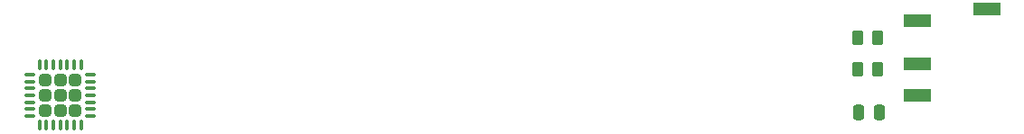
<source format=gbr>
%TF.GenerationSoftware,KiCad,Pcbnew,9.0.6*%
%TF.CreationDate,2026-01-26T19:54:01-03:00*%
%TF.ProjectId,osciloscopio,6f736369-6c6f-4736-936f-70696f2e6b69,rev?*%
%TF.SameCoordinates,Original*%
%TF.FileFunction,Paste,Top*%
%TF.FilePolarity,Positive*%
%FSLAX46Y46*%
G04 Gerber Fmt 4.6, Leading zero omitted, Abs format (unit mm)*
G04 Created by KiCad (PCBNEW 9.0.6) date 2026-01-26 19:54:01*
%MOMM*%
%LPD*%
G01*
G04 APERTURE LIST*
G04 Aperture macros list*
%AMRoundRect*
0 Rectangle with rounded corners*
0 $1 Rounding radius*
0 $2 $3 $4 $5 $6 $7 $8 $9 X,Y pos of 4 corners*
0 Add a 4 corners polygon primitive as box body*
4,1,4,$2,$3,$4,$5,$6,$7,$8,$9,$2,$3,0*
0 Add four circle primitives for the rounded corners*
1,1,$1+$1,$2,$3*
1,1,$1+$1,$4,$5*
1,1,$1+$1,$6,$7*
1,1,$1+$1,$8,$9*
0 Add four rect primitives between the rounded corners*
20,1,$1+$1,$2,$3,$4,$5,0*
20,1,$1+$1,$4,$5,$6,$7,0*
20,1,$1+$1,$6,$7,$8,$9,0*
20,1,$1+$1,$8,$9,$2,$3,0*%
G04 Aperture macros list end*
%ADD10RoundRect,0.250000X-0.320000X-0.320000X0.320000X-0.320000X0.320000X0.320000X-0.320000X0.320000X0*%
%ADD11RoundRect,0.075000X-0.437500X-0.075000X0.437500X-0.075000X0.437500X0.075000X-0.437500X0.075000X0*%
%ADD12RoundRect,0.075000X-0.075000X-0.437500X0.075000X-0.437500X0.075000X0.437500X-0.075000X0.437500X0*%
%ADD13RoundRect,0.250000X-0.262500X-0.450000X0.262500X-0.450000X0.262500X0.450000X-0.262500X0.450000X0*%
%ADD14R,2.500000X1.200000*%
%ADD15RoundRect,0.250000X-0.250000X-0.475000X0.250000X-0.475000X0.250000X0.475000X-0.250000X0.475000X0*%
G04 APERTURE END LIST*
D10*
%TO.C,U2*%
X154322500Y-102273750D03*
X154322500Y-103693750D03*
X154322500Y-105113750D03*
X155742500Y-102273750D03*
X155742500Y-103693750D03*
X155742500Y-105113750D03*
X157162500Y-102273750D03*
X157162500Y-103693750D03*
X157162500Y-105113750D03*
D11*
X152905000Y-101743750D03*
X152905000Y-102393750D03*
X152905000Y-103043750D03*
X152905000Y-103693750D03*
X152905000Y-104343750D03*
X152905000Y-104993750D03*
X152905000Y-105643750D03*
D12*
X153792500Y-106531250D03*
X154442500Y-106531250D03*
X155092500Y-106531250D03*
X155742500Y-106531250D03*
X156392500Y-106531250D03*
X157042500Y-106531250D03*
X157692500Y-106531250D03*
D11*
X158580000Y-105643750D03*
X158580000Y-104993750D03*
X158580000Y-104343750D03*
X158580000Y-103693750D03*
X158580000Y-103043750D03*
X158580000Y-102393750D03*
X158580000Y-101743750D03*
D12*
X157692500Y-100856250D03*
X157042500Y-100856250D03*
X156392500Y-100856250D03*
X155742500Y-100856250D03*
X155092500Y-100856250D03*
X154442500Y-100856250D03*
X153792500Y-100856250D03*
%TD*%
D13*
%TO.C,R3*%
X230475000Y-101270000D03*
X232300000Y-101270000D03*
%TD*%
%TO.C,R1*%
X230475000Y-98320000D03*
X232300000Y-98320000D03*
%TD*%
D14*
%TO.C,J1*%
X236050000Y-100710000D03*
X236050000Y-103710000D03*
X242550000Y-95610000D03*
X236050000Y-96710000D03*
%TD*%
D15*
%TO.C,C1*%
X230553750Y-105330000D03*
X232453750Y-105330000D03*
%TD*%
M02*

</source>
